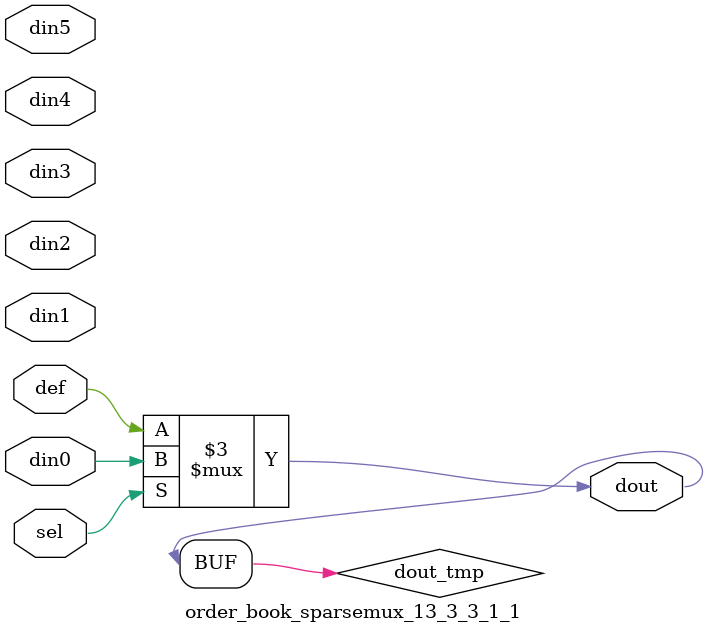
<source format=v>
`timescale 1ns / 1ps

module order_book_sparsemux_13_3_3_1_1 (din0,din1,din2,din3,din4,din5,def,sel,dout);

parameter din0_WIDTH = 1;

parameter din1_WIDTH = 1;

parameter din2_WIDTH = 1;

parameter din3_WIDTH = 1;

parameter din4_WIDTH = 1;

parameter din5_WIDTH = 1;

parameter def_WIDTH = 1;
parameter sel_WIDTH = 1;
parameter dout_WIDTH = 1;

parameter [sel_WIDTH-1:0] CASE0 = 1;

parameter [sel_WIDTH-1:0] CASE1 = 1;

parameter [sel_WIDTH-1:0] CASE2 = 1;

parameter [sel_WIDTH-1:0] CASE3 = 1;

parameter [sel_WIDTH-1:0] CASE4 = 1;

parameter [sel_WIDTH-1:0] CASE5 = 1;

parameter ID = 1;
parameter NUM_STAGE = 1;



input [din0_WIDTH-1:0] din0;

input [din1_WIDTH-1:0] din1;

input [din2_WIDTH-1:0] din2;

input [din3_WIDTH-1:0] din3;

input [din4_WIDTH-1:0] din4;

input [din5_WIDTH-1:0] din5;

input [def_WIDTH-1:0] def;
input [sel_WIDTH-1:0] sel;

output [dout_WIDTH-1:0] dout;



reg [dout_WIDTH-1:0] dout_tmp;


always @ (*) begin
(* parallel_case *) case (sel)
    
    CASE0 : dout_tmp = din0;
    
    CASE1 : dout_tmp = din1;
    
    CASE2 : dout_tmp = din2;
    
    CASE3 : dout_tmp = din3;
    
    CASE4 : dout_tmp = din4;
    
    CASE5 : dout_tmp = din5;
    
    default : dout_tmp = def;
endcase
end


assign dout = dout_tmp;



endmodule

</source>
